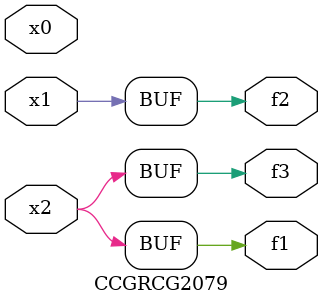
<source format=v>
module CCGRCG2079(
	input x0, x1, x2,
	output f1, f2, f3
);
	assign f1 = x2;
	assign f2 = x1;
	assign f3 = x2;
endmodule

</source>
